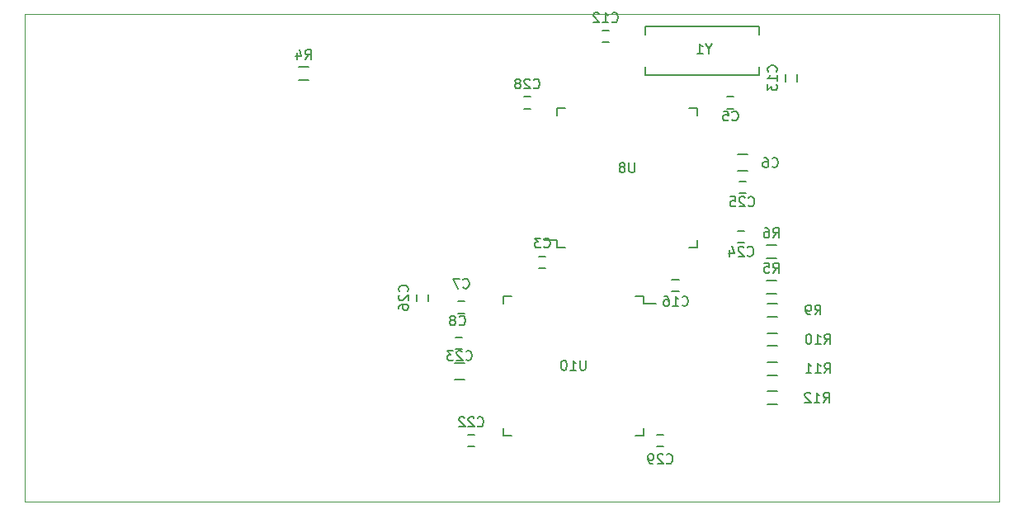
<source format=gbo>
G04 #@! TF.FileFunction,Legend,Bot*
%FSLAX46Y46*%
G04 Gerber Fmt 4.6, Leading zero omitted, Abs format (unit mm)*
G04 Created by KiCad (PCBNEW (2015-07-11 BZR 5925, Git c291b88)-product) date 2015/07/28 4:08:13*
%MOMM*%
G01*
G04 APERTURE LIST*
%ADD10C,0.100000*%
%ADD11C,0.150000*%
G04 APERTURE END LIST*
D10*
X181000000Y-57600000D02*
X81000000Y-57600000D01*
X181000000Y-107600000D02*
X181000000Y-57600000D01*
X81000000Y-107600000D02*
X181000000Y-107600000D01*
X81000000Y-57600000D02*
X81000000Y-107600000D01*
D11*
X134450000Y-82450000D02*
X133750000Y-82450000D01*
X133750000Y-83650000D02*
X134450000Y-83650000D01*
X153000000Y-67300000D02*
X153700000Y-67300000D01*
X153700000Y-66100000D02*
X153000000Y-66100000D01*
X155150000Y-73700000D02*
X154150000Y-73700000D01*
X154150000Y-72000000D02*
X155150000Y-72000000D01*
X126150000Y-87100000D02*
X125450000Y-87100000D01*
X125450000Y-88300000D02*
X126150000Y-88300000D01*
X125850000Y-90800000D02*
X125150000Y-90800000D01*
X125150000Y-92000000D02*
X125850000Y-92000000D01*
X140950000Y-59300000D02*
X140250000Y-59300000D01*
X140250000Y-60500000D02*
X140950000Y-60500000D01*
X159050000Y-63800000D02*
X159050000Y-64500000D01*
X160250000Y-64500000D02*
X160250000Y-63800000D01*
X147400000Y-86050000D02*
X148100000Y-86050000D01*
X148100000Y-84850000D02*
X147400000Y-84850000D01*
X127150000Y-100800000D02*
X126450000Y-100800000D01*
X126450000Y-102000000D02*
X127150000Y-102000000D01*
X125100000Y-93400000D02*
X126100000Y-93400000D01*
X126100000Y-95100000D02*
X125100000Y-95100000D01*
X154100000Y-81050000D02*
X154800000Y-81050000D01*
X154800000Y-79850000D02*
X154100000Y-79850000D01*
X154300000Y-76000000D02*
X155000000Y-76000000D01*
X155000000Y-74800000D02*
X154300000Y-74800000D01*
X121200000Y-86350000D02*
X121200000Y-87050000D01*
X122400000Y-87050000D02*
X122400000Y-86350000D01*
X132900000Y-66100000D02*
X132200000Y-66100000D01*
X132200000Y-67300000D02*
X132900000Y-67300000D01*
X145850000Y-102000000D02*
X146550000Y-102000000D01*
X146550000Y-100800000D02*
X145850000Y-100800000D01*
X135625000Y-81575000D02*
X135625000Y-80775000D01*
X149975000Y-81575000D02*
X149975000Y-80775000D01*
X149975000Y-67225000D02*
X149975000Y-68025000D01*
X135625000Y-67225000D02*
X135625000Y-68025000D01*
X135625000Y-81575000D02*
X136425000Y-81575000D01*
X135625000Y-67225000D02*
X136425000Y-67225000D01*
X149975000Y-67225000D02*
X149175000Y-67225000D01*
X149975000Y-81575000D02*
X149175000Y-81575000D01*
X135625000Y-80775000D02*
X134350000Y-80775000D01*
X144475000Y-86525000D02*
X144475000Y-87325000D01*
X130125000Y-86525000D02*
X130125000Y-87325000D01*
X130125000Y-100875000D02*
X130125000Y-100075000D01*
X144475000Y-100875000D02*
X144475000Y-100075000D01*
X144475000Y-86525000D02*
X143675000Y-86525000D01*
X144475000Y-100875000D02*
X143675000Y-100875000D01*
X130125000Y-100875000D02*
X130925000Y-100875000D01*
X130125000Y-86525000D02*
X130925000Y-86525000D01*
X144475000Y-87325000D02*
X145750000Y-87325000D01*
X156349620Y-63849360D02*
X144650380Y-63849360D01*
X144650380Y-58850640D02*
X156349620Y-58850640D01*
X144650380Y-63849360D02*
X144650380Y-63001000D01*
X144650380Y-58850640D02*
X144650380Y-59699000D01*
X156349620Y-63849360D02*
X156349620Y-63001000D01*
X156349620Y-58850640D02*
X156349620Y-59699000D01*
X109100000Y-64375000D02*
X110100000Y-64375000D01*
X110100000Y-63025000D02*
X109100000Y-63025000D01*
X158200000Y-87325000D02*
X157200000Y-87325000D01*
X157200000Y-88675000D02*
X158200000Y-88675000D01*
X157200000Y-91675000D02*
X158200000Y-91675000D01*
X158200000Y-90325000D02*
X157200000Y-90325000D01*
X158200000Y-93325000D02*
X157200000Y-93325000D01*
X157200000Y-94675000D02*
X158200000Y-94675000D01*
X157200000Y-97675000D02*
X158200000Y-97675000D01*
X158200000Y-96325000D02*
X157200000Y-96325000D01*
X157100000Y-86275000D02*
X158100000Y-86275000D01*
X158100000Y-84925000D02*
X157100000Y-84925000D01*
X157100000Y-82675000D02*
X158100000Y-82675000D01*
X158100000Y-81325000D02*
X157100000Y-81325000D01*
X134266666Y-81507143D02*
X134314285Y-81554762D01*
X134457142Y-81602381D01*
X134552380Y-81602381D01*
X134695238Y-81554762D01*
X134790476Y-81459524D01*
X134838095Y-81364286D01*
X134885714Y-81173810D01*
X134885714Y-81030952D01*
X134838095Y-80840476D01*
X134790476Y-80745238D01*
X134695238Y-80650000D01*
X134552380Y-80602381D01*
X134457142Y-80602381D01*
X134314285Y-80650000D01*
X134266666Y-80697619D01*
X133933333Y-80602381D02*
X133314285Y-80602381D01*
X133647619Y-80983333D01*
X133504761Y-80983333D01*
X133409523Y-81030952D01*
X133361904Y-81078571D01*
X133314285Y-81173810D01*
X133314285Y-81411905D01*
X133361904Y-81507143D01*
X133409523Y-81554762D01*
X133504761Y-81602381D01*
X133790476Y-81602381D01*
X133885714Y-81554762D01*
X133933333Y-81507143D01*
X153566666Y-68457143D02*
X153614285Y-68504762D01*
X153757142Y-68552381D01*
X153852380Y-68552381D01*
X153995238Y-68504762D01*
X154090476Y-68409524D01*
X154138095Y-68314286D01*
X154185714Y-68123810D01*
X154185714Y-67980952D01*
X154138095Y-67790476D01*
X154090476Y-67695238D01*
X153995238Y-67600000D01*
X153852380Y-67552381D01*
X153757142Y-67552381D01*
X153614285Y-67600000D01*
X153566666Y-67647619D01*
X152661904Y-67552381D02*
X153138095Y-67552381D01*
X153185714Y-68028571D01*
X153138095Y-67980952D01*
X153042857Y-67933333D01*
X152804761Y-67933333D01*
X152709523Y-67980952D01*
X152661904Y-68028571D01*
X152614285Y-68123810D01*
X152614285Y-68361905D01*
X152661904Y-68457143D01*
X152709523Y-68504762D01*
X152804761Y-68552381D01*
X153042857Y-68552381D01*
X153138095Y-68504762D01*
X153185714Y-68457143D01*
X157666666Y-73257143D02*
X157714285Y-73304762D01*
X157857142Y-73352381D01*
X157952380Y-73352381D01*
X158095238Y-73304762D01*
X158190476Y-73209524D01*
X158238095Y-73114286D01*
X158285714Y-72923810D01*
X158285714Y-72780952D01*
X158238095Y-72590476D01*
X158190476Y-72495238D01*
X158095238Y-72400000D01*
X157952380Y-72352381D01*
X157857142Y-72352381D01*
X157714285Y-72400000D01*
X157666666Y-72447619D01*
X156809523Y-72352381D02*
X157000000Y-72352381D01*
X157095238Y-72400000D01*
X157142857Y-72447619D01*
X157238095Y-72590476D01*
X157285714Y-72780952D01*
X157285714Y-73161905D01*
X157238095Y-73257143D01*
X157190476Y-73304762D01*
X157095238Y-73352381D01*
X156904761Y-73352381D01*
X156809523Y-73304762D01*
X156761904Y-73257143D01*
X156714285Y-73161905D01*
X156714285Y-72923810D01*
X156761904Y-72828571D01*
X156809523Y-72780952D01*
X156904761Y-72733333D01*
X157095238Y-72733333D01*
X157190476Y-72780952D01*
X157238095Y-72828571D01*
X157285714Y-72923810D01*
X125966666Y-85657143D02*
X126014285Y-85704762D01*
X126157142Y-85752381D01*
X126252380Y-85752381D01*
X126395238Y-85704762D01*
X126490476Y-85609524D01*
X126538095Y-85514286D01*
X126585714Y-85323810D01*
X126585714Y-85180952D01*
X126538095Y-84990476D01*
X126490476Y-84895238D01*
X126395238Y-84800000D01*
X126252380Y-84752381D01*
X126157142Y-84752381D01*
X126014285Y-84800000D01*
X125966666Y-84847619D01*
X125633333Y-84752381D02*
X124966666Y-84752381D01*
X125395238Y-85752381D01*
X125566666Y-89457143D02*
X125614285Y-89504762D01*
X125757142Y-89552381D01*
X125852380Y-89552381D01*
X125995238Y-89504762D01*
X126090476Y-89409524D01*
X126138095Y-89314286D01*
X126185714Y-89123810D01*
X126185714Y-88980952D01*
X126138095Y-88790476D01*
X126090476Y-88695238D01*
X125995238Y-88600000D01*
X125852380Y-88552381D01*
X125757142Y-88552381D01*
X125614285Y-88600000D01*
X125566666Y-88647619D01*
X124995238Y-88980952D02*
X125090476Y-88933333D01*
X125138095Y-88885714D01*
X125185714Y-88790476D01*
X125185714Y-88742857D01*
X125138095Y-88647619D01*
X125090476Y-88600000D01*
X124995238Y-88552381D01*
X124804761Y-88552381D01*
X124709523Y-88600000D01*
X124661904Y-88647619D01*
X124614285Y-88742857D01*
X124614285Y-88790476D01*
X124661904Y-88885714D01*
X124709523Y-88933333D01*
X124804761Y-88980952D01*
X124995238Y-88980952D01*
X125090476Y-89028571D01*
X125138095Y-89076190D01*
X125185714Y-89171429D01*
X125185714Y-89361905D01*
X125138095Y-89457143D01*
X125090476Y-89504762D01*
X124995238Y-89552381D01*
X124804761Y-89552381D01*
X124709523Y-89504762D01*
X124661904Y-89457143D01*
X124614285Y-89361905D01*
X124614285Y-89171429D01*
X124661904Y-89076190D01*
X124709523Y-89028571D01*
X124804761Y-88980952D01*
X141242857Y-58357143D02*
X141290476Y-58404762D01*
X141433333Y-58452381D01*
X141528571Y-58452381D01*
X141671429Y-58404762D01*
X141766667Y-58309524D01*
X141814286Y-58214286D01*
X141861905Y-58023810D01*
X141861905Y-57880952D01*
X141814286Y-57690476D01*
X141766667Y-57595238D01*
X141671429Y-57500000D01*
X141528571Y-57452381D01*
X141433333Y-57452381D01*
X141290476Y-57500000D01*
X141242857Y-57547619D01*
X140290476Y-58452381D02*
X140861905Y-58452381D01*
X140576191Y-58452381D02*
X140576191Y-57452381D01*
X140671429Y-57595238D01*
X140766667Y-57690476D01*
X140861905Y-57738095D01*
X139909524Y-57547619D02*
X139861905Y-57500000D01*
X139766667Y-57452381D01*
X139528571Y-57452381D01*
X139433333Y-57500000D01*
X139385714Y-57547619D01*
X139338095Y-57642857D01*
X139338095Y-57738095D01*
X139385714Y-57880952D01*
X139957143Y-58452381D01*
X139338095Y-58452381D01*
X158107143Y-63507143D02*
X158154762Y-63459524D01*
X158202381Y-63316667D01*
X158202381Y-63221429D01*
X158154762Y-63078571D01*
X158059524Y-62983333D01*
X157964286Y-62935714D01*
X157773810Y-62888095D01*
X157630952Y-62888095D01*
X157440476Y-62935714D01*
X157345238Y-62983333D01*
X157250000Y-63078571D01*
X157202381Y-63221429D01*
X157202381Y-63316667D01*
X157250000Y-63459524D01*
X157297619Y-63507143D01*
X158202381Y-64459524D02*
X158202381Y-63888095D01*
X158202381Y-64173809D02*
X157202381Y-64173809D01*
X157345238Y-64078571D01*
X157440476Y-63983333D01*
X157488095Y-63888095D01*
X157202381Y-64792857D02*
X157202381Y-65411905D01*
X157583333Y-65078571D01*
X157583333Y-65221429D01*
X157630952Y-65316667D01*
X157678571Y-65364286D01*
X157773810Y-65411905D01*
X158011905Y-65411905D01*
X158107143Y-65364286D01*
X158154762Y-65316667D01*
X158202381Y-65221429D01*
X158202381Y-64935714D01*
X158154762Y-64840476D01*
X158107143Y-64792857D01*
X148442857Y-87457143D02*
X148490476Y-87504762D01*
X148633333Y-87552381D01*
X148728571Y-87552381D01*
X148871429Y-87504762D01*
X148966667Y-87409524D01*
X149014286Y-87314286D01*
X149061905Y-87123810D01*
X149061905Y-86980952D01*
X149014286Y-86790476D01*
X148966667Y-86695238D01*
X148871429Y-86600000D01*
X148728571Y-86552381D01*
X148633333Y-86552381D01*
X148490476Y-86600000D01*
X148442857Y-86647619D01*
X147490476Y-87552381D02*
X148061905Y-87552381D01*
X147776191Y-87552381D02*
X147776191Y-86552381D01*
X147871429Y-86695238D01*
X147966667Y-86790476D01*
X148061905Y-86838095D01*
X146633333Y-86552381D02*
X146823810Y-86552381D01*
X146919048Y-86600000D01*
X146966667Y-86647619D01*
X147061905Y-86790476D01*
X147109524Y-86980952D01*
X147109524Y-87361905D01*
X147061905Y-87457143D01*
X147014286Y-87504762D01*
X146919048Y-87552381D01*
X146728571Y-87552381D01*
X146633333Y-87504762D01*
X146585714Y-87457143D01*
X146538095Y-87361905D01*
X146538095Y-87123810D01*
X146585714Y-87028571D01*
X146633333Y-86980952D01*
X146728571Y-86933333D01*
X146919048Y-86933333D01*
X147014286Y-86980952D01*
X147061905Y-87028571D01*
X147109524Y-87123810D01*
X127442857Y-99857143D02*
X127490476Y-99904762D01*
X127633333Y-99952381D01*
X127728571Y-99952381D01*
X127871429Y-99904762D01*
X127966667Y-99809524D01*
X128014286Y-99714286D01*
X128061905Y-99523810D01*
X128061905Y-99380952D01*
X128014286Y-99190476D01*
X127966667Y-99095238D01*
X127871429Y-99000000D01*
X127728571Y-98952381D01*
X127633333Y-98952381D01*
X127490476Y-99000000D01*
X127442857Y-99047619D01*
X127061905Y-99047619D02*
X127014286Y-99000000D01*
X126919048Y-98952381D01*
X126680952Y-98952381D01*
X126585714Y-99000000D01*
X126538095Y-99047619D01*
X126490476Y-99142857D01*
X126490476Y-99238095D01*
X126538095Y-99380952D01*
X127109524Y-99952381D01*
X126490476Y-99952381D01*
X126109524Y-99047619D02*
X126061905Y-99000000D01*
X125966667Y-98952381D01*
X125728571Y-98952381D01*
X125633333Y-99000000D01*
X125585714Y-99047619D01*
X125538095Y-99142857D01*
X125538095Y-99238095D01*
X125585714Y-99380952D01*
X126157143Y-99952381D01*
X125538095Y-99952381D01*
X126242857Y-93057143D02*
X126290476Y-93104762D01*
X126433333Y-93152381D01*
X126528571Y-93152381D01*
X126671429Y-93104762D01*
X126766667Y-93009524D01*
X126814286Y-92914286D01*
X126861905Y-92723810D01*
X126861905Y-92580952D01*
X126814286Y-92390476D01*
X126766667Y-92295238D01*
X126671429Y-92200000D01*
X126528571Y-92152381D01*
X126433333Y-92152381D01*
X126290476Y-92200000D01*
X126242857Y-92247619D01*
X125861905Y-92247619D02*
X125814286Y-92200000D01*
X125719048Y-92152381D01*
X125480952Y-92152381D01*
X125385714Y-92200000D01*
X125338095Y-92247619D01*
X125290476Y-92342857D01*
X125290476Y-92438095D01*
X125338095Y-92580952D01*
X125909524Y-93152381D01*
X125290476Y-93152381D01*
X124957143Y-92152381D02*
X124338095Y-92152381D01*
X124671429Y-92533333D01*
X124528571Y-92533333D01*
X124433333Y-92580952D01*
X124385714Y-92628571D01*
X124338095Y-92723810D01*
X124338095Y-92961905D01*
X124385714Y-93057143D01*
X124433333Y-93104762D01*
X124528571Y-93152381D01*
X124814286Y-93152381D01*
X124909524Y-93104762D01*
X124957143Y-93057143D01*
X155142857Y-82357143D02*
X155190476Y-82404762D01*
X155333333Y-82452381D01*
X155428571Y-82452381D01*
X155571429Y-82404762D01*
X155666667Y-82309524D01*
X155714286Y-82214286D01*
X155761905Y-82023810D01*
X155761905Y-81880952D01*
X155714286Y-81690476D01*
X155666667Y-81595238D01*
X155571429Y-81500000D01*
X155428571Y-81452381D01*
X155333333Y-81452381D01*
X155190476Y-81500000D01*
X155142857Y-81547619D01*
X154761905Y-81547619D02*
X154714286Y-81500000D01*
X154619048Y-81452381D01*
X154380952Y-81452381D01*
X154285714Y-81500000D01*
X154238095Y-81547619D01*
X154190476Y-81642857D01*
X154190476Y-81738095D01*
X154238095Y-81880952D01*
X154809524Y-82452381D01*
X154190476Y-82452381D01*
X153333333Y-81785714D02*
X153333333Y-82452381D01*
X153571429Y-81404762D02*
X153809524Y-82119048D01*
X153190476Y-82119048D01*
X155242857Y-77257143D02*
X155290476Y-77304762D01*
X155433333Y-77352381D01*
X155528571Y-77352381D01*
X155671429Y-77304762D01*
X155766667Y-77209524D01*
X155814286Y-77114286D01*
X155861905Y-76923810D01*
X155861905Y-76780952D01*
X155814286Y-76590476D01*
X155766667Y-76495238D01*
X155671429Y-76400000D01*
X155528571Y-76352381D01*
X155433333Y-76352381D01*
X155290476Y-76400000D01*
X155242857Y-76447619D01*
X154861905Y-76447619D02*
X154814286Y-76400000D01*
X154719048Y-76352381D01*
X154480952Y-76352381D01*
X154385714Y-76400000D01*
X154338095Y-76447619D01*
X154290476Y-76542857D01*
X154290476Y-76638095D01*
X154338095Y-76780952D01*
X154909524Y-77352381D01*
X154290476Y-77352381D01*
X153385714Y-76352381D02*
X153861905Y-76352381D01*
X153909524Y-76828571D01*
X153861905Y-76780952D01*
X153766667Y-76733333D01*
X153528571Y-76733333D01*
X153433333Y-76780952D01*
X153385714Y-76828571D01*
X153338095Y-76923810D01*
X153338095Y-77161905D01*
X153385714Y-77257143D01*
X153433333Y-77304762D01*
X153528571Y-77352381D01*
X153766667Y-77352381D01*
X153861905Y-77304762D01*
X153909524Y-77257143D01*
X120257143Y-86057143D02*
X120304762Y-86009524D01*
X120352381Y-85866667D01*
X120352381Y-85771429D01*
X120304762Y-85628571D01*
X120209524Y-85533333D01*
X120114286Y-85485714D01*
X119923810Y-85438095D01*
X119780952Y-85438095D01*
X119590476Y-85485714D01*
X119495238Y-85533333D01*
X119400000Y-85628571D01*
X119352381Y-85771429D01*
X119352381Y-85866667D01*
X119400000Y-86009524D01*
X119447619Y-86057143D01*
X119447619Y-86438095D02*
X119400000Y-86485714D01*
X119352381Y-86580952D01*
X119352381Y-86819048D01*
X119400000Y-86914286D01*
X119447619Y-86961905D01*
X119542857Y-87009524D01*
X119638095Y-87009524D01*
X119780952Y-86961905D01*
X120352381Y-86390476D01*
X120352381Y-87009524D01*
X119352381Y-87866667D02*
X119352381Y-87676190D01*
X119400000Y-87580952D01*
X119447619Y-87533333D01*
X119590476Y-87438095D01*
X119780952Y-87390476D01*
X120161905Y-87390476D01*
X120257143Y-87438095D01*
X120304762Y-87485714D01*
X120352381Y-87580952D01*
X120352381Y-87771429D01*
X120304762Y-87866667D01*
X120257143Y-87914286D01*
X120161905Y-87961905D01*
X119923810Y-87961905D01*
X119828571Y-87914286D01*
X119780952Y-87866667D01*
X119733333Y-87771429D01*
X119733333Y-87580952D01*
X119780952Y-87485714D01*
X119828571Y-87438095D01*
X119923810Y-87390476D01*
X133192857Y-65157143D02*
X133240476Y-65204762D01*
X133383333Y-65252381D01*
X133478571Y-65252381D01*
X133621429Y-65204762D01*
X133716667Y-65109524D01*
X133764286Y-65014286D01*
X133811905Y-64823810D01*
X133811905Y-64680952D01*
X133764286Y-64490476D01*
X133716667Y-64395238D01*
X133621429Y-64300000D01*
X133478571Y-64252381D01*
X133383333Y-64252381D01*
X133240476Y-64300000D01*
X133192857Y-64347619D01*
X132811905Y-64347619D02*
X132764286Y-64300000D01*
X132669048Y-64252381D01*
X132430952Y-64252381D01*
X132335714Y-64300000D01*
X132288095Y-64347619D01*
X132240476Y-64442857D01*
X132240476Y-64538095D01*
X132288095Y-64680952D01*
X132859524Y-65252381D01*
X132240476Y-65252381D01*
X131669048Y-64680952D02*
X131764286Y-64633333D01*
X131811905Y-64585714D01*
X131859524Y-64490476D01*
X131859524Y-64442857D01*
X131811905Y-64347619D01*
X131764286Y-64300000D01*
X131669048Y-64252381D01*
X131478571Y-64252381D01*
X131383333Y-64300000D01*
X131335714Y-64347619D01*
X131288095Y-64442857D01*
X131288095Y-64490476D01*
X131335714Y-64585714D01*
X131383333Y-64633333D01*
X131478571Y-64680952D01*
X131669048Y-64680952D01*
X131764286Y-64728571D01*
X131811905Y-64776190D01*
X131859524Y-64871429D01*
X131859524Y-65061905D01*
X131811905Y-65157143D01*
X131764286Y-65204762D01*
X131669048Y-65252381D01*
X131478571Y-65252381D01*
X131383333Y-65204762D01*
X131335714Y-65157143D01*
X131288095Y-65061905D01*
X131288095Y-64871429D01*
X131335714Y-64776190D01*
X131383333Y-64728571D01*
X131478571Y-64680952D01*
X146842857Y-103657143D02*
X146890476Y-103704762D01*
X147033333Y-103752381D01*
X147128571Y-103752381D01*
X147271429Y-103704762D01*
X147366667Y-103609524D01*
X147414286Y-103514286D01*
X147461905Y-103323810D01*
X147461905Y-103180952D01*
X147414286Y-102990476D01*
X147366667Y-102895238D01*
X147271429Y-102800000D01*
X147128571Y-102752381D01*
X147033333Y-102752381D01*
X146890476Y-102800000D01*
X146842857Y-102847619D01*
X146461905Y-102847619D02*
X146414286Y-102800000D01*
X146319048Y-102752381D01*
X146080952Y-102752381D01*
X145985714Y-102800000D01*
X145938095Y-102847619D01*
X145890476Y-102942857D01*
X145890476Y-103038095D01*
X145938095Y-103180952D01*
X146509524Y-103752381D01*
X145890476Y-103752381D01*
X145414286Y-103752381D02*
X145223810Y-103752381D01*
X145128571Y-103704762D01*
X145080952Y-103657143D01*
X144985714Y-103514286D01*
X144938095Y-103323810D01*
X144938095Y-102942857D01*
X144985714Y-102847619D01*
X145033333Y-102800000D01*
X145128571Y-102752381D01*
X145319048Y-102752381D01*
X145414286Y-102800000D01*
X145461905Y-102847619D01*
X145509524Y-102942857D01*
X145509524Y-103180952D01*
X145461905Y-103276190D01*
X145414286Y-103323810D01*
X145319048Y-103371429D01*
X145128571Y-103371429D01*
X145033333Y-103323810D01*
X144985714Y-103276190D01*
X144938095Y-103180952D01*
X143561905Y-72852381D02*
X143561905Y-73661905D01*
X143514286Y-73757143D01*
X143466667Y-73804762D01*
X143371429Y-73852381D01*
X143180952Y-73852381D01*
X143085714Y-73804762D01*
X143038095Y-73757143D01*
X142990476Y-73661905D01*
X142990476Y-72852381D01*
X142371429Y-73280952D02*
X142466667Y-73233333D01*
X142514286Y-73185714D01*
X142561905Y-73090476D01*
X142561905Y-73042857D01*
X142514286Y-72947619D01*
X142466667Y-72900000D01*
X142371429Y-72852381D01*
X142180952Y-72852381D01*
X142085714Y-72900000D01*
X142038095Y-72947619D01*
X141990476Y-73042857D01*
X141990476Y-73090476D01*
X142038095Y-73185714D01*
X142085714Y-73233333D01*
X142180952Y-73280952D01*
X142371429Y-73280952D01*
X142466667Y-73328571D01*
X142514286Y-73376190D01*
X142561905Y-73471429D01*
X142561905Y-73661905D01*
X142514286Y-73757143D01*
X142466667Y-73804762D01*
X142371429Y-73852381D01*
X142180952Y-73852381D01*
X142085714Y-73804762D01*
X142038095Y-73757143D01*
X141990476Y-73661905D01*
X141990476Y-73471429D01*
X142038095Y-73376190D01*
X142085714Y-73328571D01*
X142180952Y-73280952D01*
X138538095Y-93152381D02*
X138538095Y-93961905D01*
X138490476Y-94057143D01*
X138442857Y-94104762D01*
X138347619Y-94152381D01*
X138157142Y-94152381D01*
X138061904Y-94104762D01*
X138014285Y-94057143D01*
X137966666Y-93961905D01*
X137966666Y-93152381D01*
X136966666Y-94152381D02*
X137538095Y-94152381D01*
X137252381Y-94152381D02*
X137252381Y-93152381D01*
X137347619Y-93295238D01*
X137442857Y-93390476D01*
X137538095Y-93438095D01*
X136347619Y-93152381D02*
X136252380Y-93152381D01*
X136157142Y-93200000D01*
X136109523Y-93247619D01*
X136061904Y-93342857D01*
X136014285Y-93533333D01*
X136014285Y-93771429D01*
X136061904Y-93961905D01*
X136109523Y-94057143D01*
X136157142Y-94104762D01*
X136252380Y-94152381D01*
X136347619Y-94152381D01*
X136442857Y-94104762D01*
X136490476Y-94057143D01*
X136538095Y-93961905D01*
X136585714Y-93771429D01*
X136585714Y-93533333D01*
X136538095Y-93342857D01*
X136490476Y-93247619D01*
X136442857Y-93200000D01*
X136347619Y-93152381D01*
X151176191Y-61176190D02*
X151176191Y-61652381D01*
X151509524Y-60652381D02*
X151176191Y-61176190D01*
X150842857Y-60652381D01*
X149985714Y-61652381D02*
X150557143Y-61652381D01*
X150271429Y-61652381D02*
X150271429Y-60652381D01*
X150366667Y-60795238D01*
X150461905Y-60890476D01*
X150557143Y-60938095D01*
X109766666Y-62252381D02*
X110100000Y-61776190D01*
X110338095Y-62252381D02*
X110338095Y-61252381D01*
X109957142Y-61252381D01*
X109861904Y-61300000D01*
X109814285Y-61347619D01*
X109766666Y-61442857D01*
X109766666Y-61585714D01*
X109814285Y-61680952D01*
X109861904Y-61728571D01*
X109957142Y-61776190D01*
X110338095Y-61776190D01*
X108909523Y-61585714D02*
X108909523Y-62252381D01*
X109147619Y-61204762D02*
X109385714Y-61919048D01*
X108766666Y-61919048D01*
X162066666Y-88452381D02*
X162400000Y-87976190D01*
X162638095Y-88452381D02*
X162638095Y-87452381D01*
X162257142Y-87452381D01*
X162161904Y-87500000D01*
X162114285Y-87547619D01*
X162066666Y-87642857D01*
X162066666Y-87785714D01*
X162114285Y-87880952D01*
X162161904Y-87928571D01*
X162257142Y-87976190D01*
X162638095Y-87976190D01*
X161590476Y-88452381D02*
X161400000Y-88452381D01*
X161304761Y-88404762D01*
X161257142Y-88357143D01*
X161161904Y-88214286D01*
X161114285Y-88023810D01*
X161114285Y-87642857D01*
X161161904Y-87547619D01*
X161209523Y-87500000D01*
X161304761Y-87452381D01*
X161495238Y-87452381D01*
X161590476Y-87500000D01*
X161638095Y-87547619D01*
X161685714Y-87642857D01*
X161685714Y-87880952D01*
X161638095Y-87976190D01*
X161590476Y-88023810D01*
X161495238Y-88071429D01*
X161304761Y-88071429D01*
X161209523Y-88023810D01*
X161161904Y-87976190D01*
X161114285Y-87880952D01*
X163042857Y-91452381D02*
X163376191Y-90976190D01*
X163614286Y-91452381D02*
X163614286Y-90452381D01*
X163233333Y-90452381D01*
X163138095Y-90500000D01*
X163090476Y-90547619D01*
X163042857Y-90642857D01*
X163042857Y-90785714D01*
X163090476Y-90880952D01*
X163138095Y-90928571D01*
X163233333Y-90976190D01*
X163614286Y-90976190D01*
X162090476Y-91452381D02*
X162661905Y-91452381D01*
X162376191Y-91452381D02*
X162376191Y-90452381D01*
X162471429Y-90595238D01*
X162566667Y-90690476D01*
X162661905Y-90738095D01*
X161471429Y-90452381D02*
X161376190Y-90452381D01*
X161280952Y-90500000D01*
X161233333Y-90547619D01*
X161185714Y-90642857D01*
X161138095Y-90833333D01*
X161138095Y-91071429D01*
X161185714Y-91261905D01*
X161233333Y-91357143D01*
X161280952Y-91404762D01*
X161376190Y-91452381D01*
X161471429Y-91452381D01*
X161566667Y-91404762D01*
X161614286Y-91357143D01*
X161661905Y-91261905D01*
X161709524Y-91071429D01*
X161709524Y-90833333D01*
X161661905Y-90642857D01*
X161614286Y-90547619D01*
X161566667Y-90500000D01*
X161471429Y-90452381D01*
X163042857Y-94452381D02*
X163376191Y-93976190D01*
X163614286Y-94452381D02*
X163614286Y-93452381D01*
X163233333Y-93452381D01*
X163138095Y-93500000D01*
X163090476Y-93547619D01*
X163042857Y-93642857D01*
X163042857Y-93785714D01*
X163090476Y-93880952D01*
X163138095Y-93928571D01*
X163233333Y-93976190D01*
X163614286Y-93976190D01*
X162090476Y-94452381D02*
X162661905Y-94452381D01*
X162376191Y-94452381D02*
X162376191Y-93452381D01*
X162471429Y-93595238D01*
X162566667Y-93690476D01*
X162661905Y-93738095D01*
X161138095Y-94452381D02*
X161709524Y-94452381D01*
X161423810Y-94452381D02*
X161423810Y-93452381D01*
X161519048Y-93595238D01*
X161614286Y-93690476D01*
X161709524Y-93738095D01*
X162942857Y-97452381D02*
X163276191Y-96976190D01*
X163514286Y-97452381D02*
X163514286Y-96452381D01*
X163133333Y-96452381D01*
X163038095Y-96500000D01*
X162990476Y-96547619D01*
X162942857Y-96642857D01*
X162942857Y-96785714D01*
X162990476Y-96880952D01*
X163038095Y-96928571D01*
X163133333Y-96976190D01*
X163514286Y-96976190D01*
X161990476Y-97452381D02*
X162561905Y-97452381D01*
X162276191Y-97452381D02*
X162276191Y-96452381D01*
X162371429Y-96595238D01*
X162466667Y-96690476D01*
X162561905Y-96738095D01*
X161609524Y-96547619D02*
X161561905Y-96500000D01*
X161466667Y-96452381D01*
X161228571Y-96452381D01*
X161133333Y-96500000D01*
X161085714Y-96547619D01*
X161038095Y-96642857D01*
X161038095Y-96738095D01*
X161085714Y-96880952D01*
X161657143Y-97452381D01*
X161038095Y-97452381D01*
X157766666Y-84152381D02*
X158100000Y-83676190D01*
X158338095Y-84152381D02*
X158338095Y-83152381D01*
X157957142Y-83152381D01*
X157861904Y-83200000D01*
X157814285Y-83247619D01*
X157766666Y-83342857D01*
X157766666Y-83485714D01*
X157814285Y-83580952D01*
X157861904Y-83628571D01*
X157957142Y-83676190D01*
X158338095Y-83676190D01*
X156861904Y-83152381D02*
X157338095Y-83152381D01*
X157385714Y-83628571D01*
X157338095Y-83580952D01*
X157242857Y-83533333D01*
X157004761Y-83533333D01*
X156909523Y-83580952D01*
X156861904Y-83628571D01*
X156814285Y-83723810D01*
X156814285Y-83961905D01*
X156861904Y-84057143D01*
X156909523Y-84104762D01*
X157004761Y-84152381D01*
X157242857Y-84152381D01*
X157338095Y-84104762D01*
X157385714Y-84057143D01*
X157766666Y-80552381D02*
X158100000Y-80076190D01*
X158338095Y-80552381D02*
X158338095Y-79552381D01*
X157957142Y-79552381D01*
X157861904Y-79600000D01*
X157814285Y-79647619D01*
X157766666Y-79742857D01*
X157766666Y-79885714D01*
X157814285Y-79980952D01*
X157861904Y-80028571D01*
X157957142Y-80076190D01*
X158338095Y-80076190D01*
X156909523Y-79552381D02*
X157100000Y-79552381D01*
X157195238Y-79600000D01*
X157242857Y-79647619D01*
X157338095Y-79790476D01*
X157385714Y-79980952D01*
X157385714Y-80361905D01*
X157338095Y-80457143D01*
X157290476Y-80504762D01*
X157195238Y-80552381D01*
X157004761Y-80552381D01*
X156909523Y-80504762D01*
X156861904Y-80457143D01*
X156814285Y-80361905D01*
X156814285Y-80123810D01*
X156861904Y-80028571D01*
X156909523Y-79980952D01*
X157004761Y-79933333D01*
X157195238Y-79933333D01*
X157290476Y-79980952D01*
X157338095Y-80028571D01*
X157385714Y-80123810D01*
M02*

</source>
